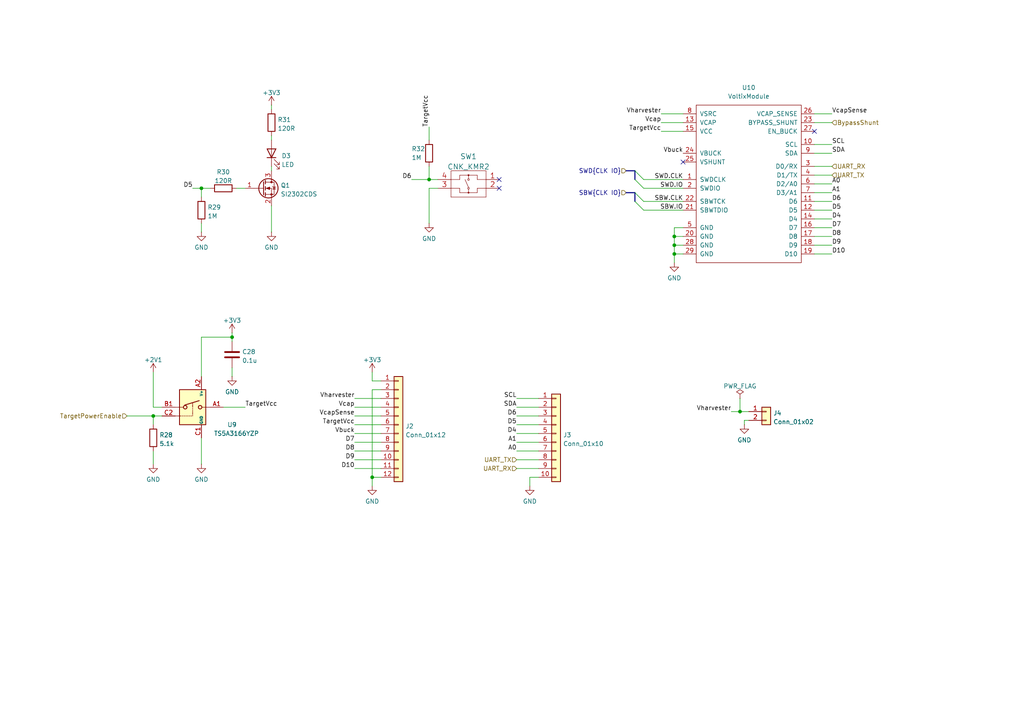
<source format=kicad_sch>
(kicad_sch (version 20231120) (generator "eeschema") (generator_version "8.0")
  (paper "A4")
  (lib_symbols
    (symbol "Connector_Generic:Conn_01x02" (pin_names (offset 1.016) hide)
      (property "Reference" "J" (at 0 2.54 0))
      (property "Value" "Conn_01x02" (at 0 -5.08 0))
      (symbol "Conn_01x02_1_1"
        (rectangle (start -1.27 -2.413) (end 0 -2.667) (stroke (width 0.1524)))
        (rectangle (start -1.27 0.127) (end 0 -0.127) (stroke (width 0.1524)))
        (rectangle (start -1.27 1.27) (end 1.27 -3.81) (stroke (width 0.254)) (fill (type background)))
        (pin passive line (at -5.08 0 0) (length 3.81) (name "Pin_1") (number "1"))
        (pin passive line (at -5.08 -2.54 0) (length 3.81) (name "Pin_2") (number "2"))
      )
    )
    (symbol "Connector_Generic:Conn_01x10" (pin_names (offset 1.016) hide)
      (property "Reference" "J" (at 0 12.7 0))
      (property "Value" "Conn_01x10" (at 0 -15.24 0))
      (symbol "Conn_01x10_1_1"
        (rectangle (start -1.27 -12.573) (end 0 -12.827) (stroke (width 0.1524)))
        (rectangle (start -1.27 -10.033) (end 0 -10.287) (stroke (width 0.1524)))
        (rectangle (start -1.27 -7.493) (end 0 -7.747) (stroke (width 0.1524)))
        (rectangle (start -1.27 -4.953) (end 0 -5.207) (stroke (width 0.1524)))
        (rectangle (start -1.27 -2.413) (end 0 -2.667) (stroke (width 0.1524)))
        (rectangle (start -1.27 0.127) (end 0 -0.127) (stroke (width 0.1524)))
        (rectangle (start -1.27 2.667) (end 0 2.413) (stroke (width 0.1524)))
        (rectangle (start -1.27 5.207) (end 0 4.953) (stroke (width 0.1524)))
        (rectangle (start -1.27 7.747) (end 0 7.493) (stroke (width 0.1524)))
        (rectangle (start -1.27 10.287) (end 0 10.033) (stroke (width 0.1524)))
        (rectangle (start -1.27 11.43) (end 1.27 -13.97) (stroke (width 0.254)) (fill (type background)))
        (pin passive line (at -5.08 10.16 0) (length 3.81) (name "Pin_1") (number "1"))
        (pin passive line (at -5.08 -12.7 0) (length 3.81) (name "Pin_10") (number "10"))
        (pin passive line (at -5.08 7.62 0) (length 3.81) (name "Pin_2") (number "2"))
        (pin passive line (at -5.08 5.08 0) (length 3.81) (name "Pin_3") (number "3"))
        (pin passive line (at -5.08 2.54 0) (length 3.81) (name "Pin_4") (number "4"))
        (pin passive line (at -5.08 0 0) (length 3.81) (name "Pin_5") (number "5"))
        (pin passive line (at -5.08 -2.54 0) (length 3.81) (name "Pin_6") (number "6"))
        (pin passive line (at -5.08 -5.08 0) (length 3.81) (name "Pin_7") (number "7"))
        (pin passive line (at -5.08 -7.62 0) (length 3.81) (name "Pin_8") (number "8"))
        (pin passive line (at -5.08 -10.16 0) (length 3.81) (name "Pin_9") (number "9"))
      )
    )
    (symbol "Connector_Generic:Conn_01x12" (pin_names (offset 1.016) hide)
      (property "Reference" "J" (at 0 15.24 0))
      (property "Value" "Conn_01x12" (at 0 -17.78 0))
      (symbol "Conn_01x12_1_1"
        (rectangle (start -1.27 -15.113) (end 0 -15.367) (stroke (width 0.1524)))
        (rectangle (start -1.27 -12.573) (end 0 -12.827) (stroke (width 0.1524)))
        (rectangle (start -1.27 -10.033) (end 0 -10.287) (stroke (width 0.1524)))
        (rectangle (start -1.27 -7.493) (end 0 -7.747) (stroke (width 0.1524)))
        (rectangle (start -1.27 -4.953) (end 0 -5.207) (stroke (width 0.1524)))
        (rectangle (start -1.27 -2.413) (end 0 -2.667) (stroke (width 0.1524)))
        (rectangle (start -1.27 0.127) (end 0 -0.127) (stroke (width 0.1524)))
        (rectangle (start -1.27 2.667) (end 0 2.413) (stroke (width 0.1524)))
        (rectangle (start -1.27 5.207) (end 0 4.953) (stroke (width 0.1524)))
        (rectangle (start -1.27 7.747) (end 0 7.493) (stroke (width 0.1524)))
        (rectangle (start -1.27 10.287) (end 0 10.033) (stroke (width 0.1524)))
        (rectangle (start -1.27 12.827) (end 0 12.573) (stroke (width 0.1524)))
        (rectangle (start -1.27 13.97) (end 1.27 -16.51) (stroke (width 0.254)) (fill (type background)))
        (pin passive line (at -5.08 12.7 0) (length 3.81) (name "Pin_1") (number "1"))
        (pin passive line (at -5.08 -10.16 0) (length 3.81) (name "Pin_10") (number "10"))
        (pin passive line (at -5.08 -12.7 0) (length 3.81) (name "Pin_11") (number "11"))
        (pin passive line (at -5.08 -15.24 0) (length 3.81) (name "Pin_12") (number "12"))
        (pin passive line (at -5.08 10.16 0) (length 3.81) (name "Pin_2") (number "2"))
        (pin passive line (at -5.08 7.62 0) (length 3.81) (name "Pin_3") (number "3"))
        (pin passive line (at -5.08 5.08 0) (length 3.81) (name "Pin_4") (number "4"))
        (pin passive line (at -5.08 2.54 0) (length 3.81) (name "Pin_5") (number "5"))
        (pin passive line (at -5.08 0 0) (length 3.81) (name "Pin_6") (number "6"))
        (pin passive line (at -5.08 -2.54 0) (length 3.81) (name "Pin_7") (number "7"))
        (pin passive line (at -5.08 -5.08 0) (length 3.81) (name "Pin_8") (number "8"))
        (pin passive line (at -5.08 -7.62 0) (length 3.81) (name "Pin_9") (number "9"))
      )
    )
    (symbol "Device:C" (pin_numbers hide) (pin_names (offset 0.254))
      (property "Reference" "C" (at 0.635 2.54 0))
      (property "Value" "C" (at 0.635 -2.54 0))
      (symbol "C_0_1"
        (polyline (pts (xy -2.032 -0.762) (xy 2.032 -0.762)) (stroke (width 0.508)))
        (polyline (pts (xy -2.032 0.762) (xy 2.032 0.762)) (stroke (width 0.508)))
      )
      (symbol "C_1_1"
        (pin passive line (at 0 3.81 270) (length 2.794) (name "~") (number "1"))
        (pin passive line (at 0 -3.81 90) (length 2.794) (name "~") (number "2"))
      )
    )
    (symbol "Device:LED" (pin_numbers hide) (pin_names (offset 1.016) hide)
      (property "Reference" "D" (at 0 2.54 0))
      (property "Value" "LED" (at 0 -2.54 0))
      (symbol "LED_0_1"
        (polyline (pts (xy -1.27 -1.27) (xy -1.27 1.27)) (stroke (width 0.254)))
        (polyline (pts (xy -1.27 0) (xy 1.27 0)))
        (polyline (pts (xy 1.27 -1.27) (xy 1.27 1.27) (xy -1.27 0) (xy 1.27 -1.27)) (stroke (width 0.254)))
        (polyline (pts (xy -3.048 -0.762) (xy -4.572 -2.286) (xy -3.81 -2.286) (xy -4.572 -2.286) (xy -4.572 -1.524)))
        (polyline (pts (xy -1.778 -0.762) (xy -3.302 -2.286) (xy -2.54 -2.286) (xy -3.302 -2.286) (xy -3.302 -1.524)))
      )
      (symbol "LED_1_1"
        (pin passive line (at -3.81 0 0) (length 2.54) (name "K") (number "1"))
        (pin passive line (at 3.81 0 180) (length 2.54) (name "A") (number "2"))
      )
    )
    (symbol "Device:R" (pin_numbers hide) (pin_names (offset 0))
      (property "Reference" "R" (at 2.032 0 90))
      (property "Value" "R" (at 0 0 90))
      (symbol "R_0_1"
        (rectangle (start -1.016 -2.54) (end 1.016 2.54) (stroke (width 0.254)))
      )
      (symbol "R_1_1"
        (pin passive line (at 0 3.81 270) (length 1.27) (name "~") (number "1"))
        (pin passive line (at 0 -3.81 90) (length 1.27) (name "~") (number "2"))
      )
    )
    (symbol "power:+3V3" (power) (pin_numbers hide) (pin_names (offset 0) hide)
      (property "Value" "+3V3" (at 0 3.556 0))
      (symbol "+3V3_0_1"
        (polyline (pts (xy -0.762 1.27) (xy 0 2.54)))
        (polyline (pts (xy 0 0) (xy 0 2.54)))
        (polyline (pts (xy 0 2.54) (xy 0.762 1.27)))
      )
      (symbol "+3V3_1_1"
        (pin power_in line (at 0 0 90) (length 0) (name "~") (number "1"))
      )
    )
    (symbol "power:GND" (power) (pin_numbers hide) (pin_names (offset 0) hide)
      (property "Value" "GND" (at 0 -3.81 0))
      (symbol "GND_0_1"
        (polyline (pts (xy 0 0) (xy 0 -1.27) (xy 1.27 -1.27) (xy 0 -2.54) (xy -1.27 -1.27) (xy 0 -1.27)))
      )
      (symbol "GND_1_1"
        (pin power_in line (at 0 0 270) (length 0) (name "~") (number "1"))
      )
    )
    (symbol "power:PWR_FLAG" (power) (pin_numbers hide) (pin_names (offset 0) hide)
      (property "Value" "PWR_FLAG" (at 0 3.81 0))
      (symbol "PWR_FLAG_0_0"
        (pin power_out line (at 0 0 90) (length 0) (name "~") (number "1"))
      )
      (symbol "PWR_FLAG_0_1"
        (polyline (pts (xy 0 0) (xy 0 1.27) (xy -1.016 1.905) (xy 0 2.54) (xy 1.016 1.905) (xy 0 1.27)))
      )
    )
    (symbol "voltix:+2V1" (power) (pin_names (offset 0))
      (property "Value" "+2V1" (at 0 3.556 0))
      (symbol "+2V1_0_1"
        (polyline (pts (xy -0.762 1.27) (xy 0 2.54)))
        (polyline (pts (xy 0 0) (xy 0 2.54)))
        (polyline (pts (xy 0 2.54) (xy 0.762 1.27)))
      )
      (symbol "+2V1_1_1"
        (pin power_in line (at 0 0 90) (length 0) hide (name "+2V1") (number "1"))
      )
    )
    (symbol "voltix:CNK_KMR2" (pin_names (offset 0.254) hide)
      (property "Reference" "SW" (at 0 11.43 0))
      (property "Value" "CNK_KMR2" (at 0 8.89 0))
      (symbol "CNK_KMR2_1_1"
        (arc (start 0 -2.667) (mid 0 -2.667) (end 0 -2.667) (stroke (width 0.254)))
        (circle (center 0 -2.54) (radius 0.127) (stroke (width 0.254)))
        (arc (start 0 -1.524) (mid 0 -1.524) (end 0 -1.524) (stroke (width 0.127)))
        (circle (center 0 -1.27) (radius 0.254) (stroke (width 0.127)))
        (polyline (pts (xy -5.08 -3.81) (xy 5.08 -3.81)) (stroke (width 0.127)))
        (polyline (pts (xy -5.08 1.27) (xy -2.54 1.27)) (stroke (width 0.127)))
        (polyline (pts (xy -5.08 3.81) (xy -5.08 -3.81)) (stroke (width 0.127)))
        (polyline (pts (xy -2.54 -2.54) (xy -2.54 -1.27)) (stroke (width 0.127)))
        (polyline (pts (xy -2.54 -1.27) (xy -5.08 -1.27)) (stroke (width 0.127)))
        (polyline (pts (xy -2.54 1.27) (xy -2.54 2.54)) (stroke (width 0.127)))
        (polyline (pts (xy -2.54 2.54) (xy 2.54 2.54)) (stroke (width 0.127)))
        (polyline (pts (xy 0 -1.524) (xy 0 -2.54)) (stroke (width 0.127)))
        (polyline (pts (xy 0 2.54) (xy 0 1.524)) (stroke (width 0.127)))
        (polyline (pts (xy 1.016 1.27) (xy 0 -1.016)) (stroke (width 0.127)))
        (polyline (pts (xy 2.54 -2.54) (xy -2.54 -2.54)) (stroke (width 0.127)))
        (polyline (pts (xy 2.54 -1.27) (xy 2.54 -2.54)) (stroke (width 0.127)))
        (polyline (pts (xy 2.54 1.27) (xy 5.08 1.27)) (stroke (width 0.127)))
        (polyline (pts (xy 2.54 2.54) (xy 2.54 1.27)) (stroke (width 0.127)))
        (polyline (pts (xy 5.08 -3.81) (xy 5.08 3.81)) (stroke (width 0.127)))
        (polyline (pts (xy 5.08 -1.27) (xy 2.54 -1.27)) (stroke (width 0.127)))
        (polyline (pts (xy 5.08 3.81) (xy -5.08 3.81)) (stroke (width 0.127)))
        (arc (start 0 1.016) (mid 0 1.016) (end 0 1.016) (stroke (width 0.127)))
        (circle (center 0 1.27) (radius 0.254) (stroke (width 0.127)))
        (arc (start 0 2.413) (mid 0 2.413) (end 0 2.413) (stroke (width 0.254)))
        (circle (center 0 2.54) (radius 0.127) (stroke (width 0.254)))
        (pin passive line (at -8.89 1.27 0) (length 3.81) (name "1") (number "1"))
        (pin passive line (at -8.89 -1.27 0) (length 3.81) (name "2") (number "2"))
        (pin passive line (at 8.89 -1.27 180) (length 3.81) (name "3") (number "3"))
        (pin passive line (at 8.89 1.27 180) (length 3.81) (name "4") (number "4"))
      )
    )
    (symbol "voltix:VoltixModule" (pin_names (offset 1.016))
      (property "Reference" "U" (at 0 -24.13 0))
      (property "Value" "VoltixModule" (at 0 -25.4 0))
      (symbol "VoltixModule_0_1"
        (polyline (pts (xy -15.24 22.86) (xy 15.24 22.86) (xy 15.24 -22.86) (xy -15.24 -22.86) (xy -15.24 22.86)))
      )
      (symbol "VoltixModule_1_1"
        (pin input line (at -19.05 1.27 0) (length 3.81) (name "SWDCLK") (number "1"))
        (pin output line (at 19.05 11.43 180) (length 3.81) (name "SCL") (number "10"))
        (pin bidirectional line (at 19.05 -5.08 180) (length 3.81) (name "D6") (number "11"))
        (pin bidirectional line (at 19.05 -7.62 180) (length 3.81) (name "D5") (number "12"))
        (pin passive line (at -19.05 17.78 0) (length 3.81) (name "VCAP") (number "13"))
        (pin bidirectional line (at 19.05 -10.16 180) (length 3.81) (name "D4") (number "14"))
        (pin power_out line (at -19.05 15.24 0) (length 3.81) (name "VCC") (number "15"))
        (pin bidirectional line (at 19.05 -12.7 180) (length 3.81) (name "D7") (number "16"))
        (pin bidirectional line (at 19.05 -15.24 180) (length 3.81) (name "D8") (number "17"))
        (pin bidirectional line (at 19.05 -17.78 180) (length 3.81) (name "D9") (number "18"))
        (pin bidirectional line (at 19.05 -20.32 180) (length 3.81) (name "D10") (number "19"))
        (pin bidirectional line (at -19.05 -1.27 0) (length 3.81) (name "SWDIO") (number "2"))
        (pin power_in line (at -19.05 -15.24 0) (length 3.81) (name "GND") (number "20"))
        (pin bidirectional line (at -19.05 -7.62 0) (length 3.81) (name "SBWTDIO") (number "21"))
        (pin input line (at -19.05 -5.08 0) (length 3.81) (name "SBWTCK") (number "22"))
        (pin input line (at 19.05 17.78 180) (length 3.81) (name "BYPASS_SHUNT") (number "23"))
        (pin passive line (at -19.05 8.89 0) (length 3.81) (name "VBUCK") (number "24"))
        (pin passive line (at -19.05 6.35 0) (length 3.81) (name "VSHUNT") (number "25"))
        (pin output line (at 19.05 20.32 180) (length 3.81) (name "VCAP_SENSE") (number "26"))
        (pin input line (at 19.05 15.24 180) (length 3.81) (name "EN_BUCK") (number "27"))
        (pin power_in line (at -19.05 -17.78 0) (length 3.81) (name "GND") (number "28"))
        (pin power_in line (at -19.05 -20.32 0) (length 3.81) (name "GND") (number "29"))
        (pin bidirectional line (at 19.05 5.08 180) (length 3.81) (name "D0/RX") (number "3"))
        (pin bidirectional line (at 19.05 2.54 180) (length 3.81) (name "D1/TX") (number "4"))
        (pin power_in line (at -19.05 -12.7 0) (length 3.81) (name "GND") (number "5"))
        (pin bidirectional line (at 19.05 0 180) (length 3.81) (name "D2/A0") (number "6"))
        (pin bidirectional line (at 19.05 -2.54 180) (length 3.81) (name "D3/A1") (number "7"))
        (pin power_in line (at -19.05 20.32 0) (length 3.81) (name "VSRC") (number "8"))
        (pin bidirectional line (at 19.05 8.89 180) (length 3.81) (name "SDA") (number "9"))
      )
    )
    (symbol "voltix:SI2302CDS" (pin_names (offset 0) hide)
      (property "Reference" "Q" (at 5.08 1.27 0))
      (property "Value" "SI2302CDS" (at 5.08 -1.27 0))
      (symbol "SI2302CDS_0_1"
        (polyline (pts (xy 0.254 0) (xy -2.54 0)))
        (polyline (pts (xy 0.254 1.905) (xy 0.254 -1.905)) (stroke (width 0.254)))
        (polyline (pts (xy 0.762 -1.27) (xy 0.762 -2.286)) (stroke (width 0.254)))
        (polyline (pts (xy 0.762 0.508) (xy 0.762 -0.508)) (stroke (width 0.254)))
        (polyline (pts (xy 0.762 2.286) (xy 0.762 1.27)) (stroke (width 0.254)))
        (polyline (pts (xy 2.54 2.54) (xy 2.54 1.778)))
        (polyline (pts (xy 2.54 -2.54) (xy 2.54 0) (xy 0.762 0)))
        (polyline (pts (xy 0.762 -1.778) (xy 3.302 -1.778) (xy 3.302 1.778) (xy 0.762 1.778)))
        (polyline (pts (xy 1.016 0) (xy 2.032 0.381) (xy 2.032 -0.381) (xy 1.016 0)) (fill (type outline)))
        (polyline (pts (xy 2.794 0.508) (xy 2.921 0.381) (xy 3.683 0.381) (xy 3.81 0.254)))
        (polyline (pts (xy 3.302 0.381) (xy 2.921 -0.254) (xy 3.683 -0.254) (xy 3.302 0.381)))
        (circle (center 1.651 0) (radius 2.794) (stroke (width 0.254)))
        (circle (center 2.54 -1.778) (radius 0.254) (fill (type outline)))
        (circle (center 2.54 1.778) (radius 0.254) (fill (type outline)))
      )
      (symbol "SI2302CDS_1_1"
        (pin input line (at -5.08 0 0) (length 2.54) (name "G") (number "1"))
        (pin passive line (at 2.54 -5.08 90) (length 2.54) (name "S") (number "2"))
        (pin passive line (at 2.54 5.08 270) (length 2.54) (name "D") (number "3"))
      )
    )
    (symbol "voltix:TS5A3166YZP" (pin_names (offset 0.127))
      (property "Reference" "U" (at -3.81 6.35 0))
      (property "Value" "TS5A3166YZP" (at -5.08 -20.32 0))
      (symbol "TS5A3166YZP_0_1"
        (polyline (pts (xy -5.08 -2.54) (xy -3.302 -2.54)))
        (polyline (pts (xy -3.048 -2.54) (xy -2.794 -2.54)))
        (polyline (pts (xy -2.54 -2.54) (xy -2.286 -2.54)))
        (polyline (pts (xy -2.032 -2.54) (xy -1.778 -2.54)))
        (polyline (pts (xy -1.524 -2.54) (xy -1.27 -2.54)))
        (polyline (pts (xy -1.016 -2.54) (xy -0.762 -2.54)))
        (polyline (pts (xy -0.508 -2.54) (xy -0.254 -2.54)))
        (polyline (pts (xy 0 -2.032) (xy 0 -1.778)))
        (polyline (pts (xy 0 -1.524) (xy 0 -1.27)))
      )
      (symbol "TS5A3166YZP_1_1"
        (rectangle (start -3.81 5.08) (end 3.81 -5.08) (stroke (width 0.254)) (fill (type background)))
        (circle (center -2.159 0) (radius 0.508) (stroke (width 0.254)))
        (polyline (pts (xy -5.08 0) (xy -2.794 0)))
        (polyline (pts (xy -2.286 0.635) (xy 1.905 1.905)) (stroke (width 0.254)))
        (polyline (pts (xy 0 -2.54) (xy 0 -2.286)))
        (polyline (pts (xy 0 -2.032) (xy 0 -1.778)))
        (polyline (pts (xy 0 -1.524) (xy 0 -1.27)))
        (polyline (pts (xy 0 -1.016) (xy 0 -0.762)))
        (polyline (pts (xy 0 -0.508) (xy 0 -0.254)))
        (polyline (pts (xy 0 0) (xy 0 0.508)))
        (polyline (pts (xy 0 0.254) (xy 0 1.27)))
        (polyline (pts (xy 5.08 0) (xy 2.794 0)))
        (circle (center 2.159 0) (radius 0.508) (stroke (width 0.254)))
        (pin passive line (at 8.89 0 180) (length 3.81) (name "~") (number "A1"))
        (pin power_in line (at 2.54 8.89 270) (length 3.81) (name "V+") (number "A2"))
        (pin passive line (at -8.89 0 0) (length 3.81) (name "~") (number "B1"))
        (pin power_in line (at 2.54 -8.89 90) (length 3.81) (name "GND") (number "C1"))
        (pin input line (at -8.89 -2.54 0) (length 3.81) (name "~") (number "C2"))
      )
    )
  )
  (junction (at 214.63 119.38))
  (junction (at 44.45 120.65))
  (junction (at 195.58 68.58))
  (junction (at 195.58 73.66))
  (junction (at 107.95 138.43))
  (junction (at 195.58 71.12))
  (junction (at 124.46 52.07))
  (junction (at 58.42 54.61))
  (junction (at 67.31 97.79))
  (no_connect (at 236.22 38.1))
  (no_connect (at 144.78 52.07))
  (no_connect (at 144.78 54.61))
  (no_connect (at 198.12 46.99))
  (bus_entry (at 184.15 58.42) (size 2.54 2.54))
  (bus_entry (at 184.15 49.53) (size 2.54 2.54))
  (bus_entry (at 184.15 52.07) (size 2.54 2.54))
  (bus_entry (at 184.15 55.88) (size 2.54 2.54))
  (wire (pts (xy 236.22 50.8) (xy 241.3 50.8)))
  (wire (pts (xy 124.46 52.07) (xy 127 52.07)))
  (wire (pts (xy 214.63 115.57) (xy 214.63 119.38)))
  (wire (pts (xy 44.45 134.62) (xy 44.45 130.81)))
  (wire (pts (xy 124.46 54.61) (xy 127 54.61)))
  (wire (pts (xy 212.09 119.38) (xy 214.63 119.38)))
  (wire (pts (xy 236.22 48.26) (xy 241.3 48.26)))
  (wire (pts (xy 78.74 39.37) (xy 78.74 40.64)))
  (wire (pts (xy 124.46 36.83) (xy 124.46 40.64)))
  (wire (pts (xy 119.38 52.07) (xy 124.46 52.07)))
  (wire (pts (xy 107.95 110.49) (xy 110.49 110.49)))
  (wire (pts (xy 58.42 57.15) (xy 58.42 54.61)))
  (wire (pts (xy 195.58 68.58) (xy 195.58 66.04)))
  (wire (pts (xy 149.86 128.27) (xy 156.21 128.27)))
  (wire (pts (xy 110.49 113.03) (xy 107.95 113.03)))
  (wire (pts (xy 78.74 48.26) (xy 78.74 49.53)))
  (wire (pts (xy 78.74 30.48) (xy 78.74 31.75)))
  (wire (pts (xy 102.87 125.73) (xy 110.49 125.73)))
  (wire (pts (xy 149.86 133.35) (xy 156.21 133.35)))
  (wire (pts (xy 236.22 63.5) (xy 241.3 63.5)))
  (wire (pts (xy 186.69 60.96) (xy 198.12 60.96)))
  (wire (pts (xy 186.69 54.61) (xy 198.12 54.61)))
  (wire (pts (xy 102.87 130.81) (xy 110.49 130.81)))
  (wire (pts (xy 149.86 135.89) (xy 156.21 135.89)))
  (wire (pts (xy 236.22 44.45) (xy 241.3 44.45)))
  (wire (pts (xy 78.74 59.69) (xy 78.74 67.31)))
  (wire (pts (xy 102.87 118.11) (xy 110.49 118.11)))
  (bus (pts (xy 181.61 49.53) (xy 184.15 49.53)))
  (wire (pts (xy 107.95 107.95) (xy 107.95 110.49)))
  (wire (pts (xy 186.69 58.42) (xy 198.12 58.42)))
  (wire (pts (xy 149.86 120.65) (xy 156.21 120.65)))
  (wire (pts (xy 236.22 71.12) (xy 241.3 71.12)))
  (bus (pts (xy 184.15 55.88) (xy 184.15 58.42)))
  (wire (pts (xy 55.88 54.61) (xy 58.42 54.61)))
  (wire (pts (xy 44.45 123.19) (xy 44.45 120.65)))
  (wire (pts (xy 58.42 67.31) (xy 58.42 64.77)))
  (wire (pts (xy 153.67 138.43) (xy 153.67 140.97)))
  (wire (pts (xy 236.22 58.42) (xy 241.3 58.42)))
  (wire (pts (xy 214.63 119.38) (xy 217.17 119.38)))
  (wire (pts (xy 102.87 115.57) (xy 110.49 115.57)))
  (wire (pts (xy 68.58 54.61) (xy 71.12 54.61)))
  (wire (pts (xy 102.87 135.89) (xy 110.49 135.89)))
  (wire (pts (xy 67.31 96.52) (xy 67.31 97.79)))
  (wire (pts (xy 236.22 73.66) (xy 241.3 73.66)))
  (wire (pts (xy 107.95 138.43) (xy 110.49 138.43)))
  (wire (pts (xy 58.42 97.79) (xy 67.31 97.79)))
  (wire (pts (xy 102.87 128.27) (xy 110.49 128.27)))
  (wire (pts (xy 195.58 71.12) (xy 198.12 71.12)))
  (wire (pts (xy 191.77 35.56) (xy 198.12 35.56)))
  (wire (pts (xy 215.9 123.19) (xy 215.9 121.92)))
  (wire (pts (xy 195.58 73.66) (xy 198.12 73.66)))
  (wire (pts (xy 102.87 123.19) (xy 110.49 123.19)))
  (wire (pts (xy 149.86 125.73) (xy 156.21 125.73)))
  (bus (pts (xy 184.15 49.53) (xy 184.15 52.07)))
  (wire (pts (xy 44.45 120.65) (xy 46.99 120.65)))
  (bus (pts (xy 181.61 55.88) (xy 184.15 55.88)))
  (wire (pts (xy 107.95 113.03) (xy 107.95 138.43)))
  (wire (pts (xy 67.31 97.79) (xy 67.31 99.06)))
  (wire (pts (xy 149.86 118.11) (xy 156.21 118.11)))
  (wire (pts (xy 58.42 127) (xy 58.42 134.62)))
  (wire (pts (xy 195.58 76.2) (xy 195.58 73.66)))
  (wire (pts (xy 195.58 68.58) (xy 198.12 68.58)))
  (wire (pts (xy 44.45 107.95) (xy 44.45 118.11)))
  (wire (pts (xy 107.95 138.43) (xy 107.95 140.97)))
  (wire (pts (xy 236.22 60.96) (xy 241.3 60.96)))
  (wire (pts (xy 236.22 66.04) (xy 241.3 66.04)))
  (wire (pts (xy 149.86 130.81) (xy 156.21 130.81)))
  (wire (pts (xy 215.9 121.92) (xy 217.17 121.92)))
  (wire (pts (xy 191.77 38.1) (xy 198.12 38.1)))
  (wire (pts (xy 102.87 133.35) (xy 110.49 133.35)))
  (wire (pts (xy 44.45 118.11) (xy 46.99 118.11)))
  (wire (pts (xy 102.87 120.65) (xy 110.49 120.65)))
  (wire (pts (xy 236.22 33.02) (xy 241.3 33.02)))
  (wire (pts (xy 58.42 109.22) (xy 58.42 97.79)))
  (wire (pts (xy 149.86 115.57) (xy 156.21 115.57)))
  (wire (pts (xy 186.69 52.07) (xy 198.12 52.07)))
  (wire (pts (xy 191.77 33.02) (xy 198.12 33.02)))
  (wire (pts (xy 58.42 54.61) (xy 60.96 54.61)))
  (wire (pts (xy 236.22 35.56) (xy 241.3 35.56)))
  (wire (pts (xy 64.77 118.11) (xy 71.12 118.11)))
  (wire (pts (xy 67.31 106.68) (xy 67.31 109.22)))
  (wire (pts (xy 124.46 64.77) (xy 124.46 54.61)))
  (wire (pts (xy 149.86 123.19) (xy 156.21 123.19)))
  (wire (pts (xy 236.22 53.34) (xy 241.3 53.34)))
  (wire (pts (xy 236.22 41.91) (xy 241.3 41.91)))
  (wire (pts (xy 36.83 120.65) (xy 44.45 120.65)))
  (wire (pts (xy 195.58 66.04) (xy 198.12 66.04)))
  (wire (pts (xy 195.58 71.12) (xy 195.58 68.58)))
  (wire (pts (xy 124.46 48.26) (xy 124.46 52.07)))
  (wire (pts (xy 195.58 73.66) (xy 195.58 71.12)))
  (wire (pts (xy 153.67 138.43) (xy 156.21 138.43)))
  (wire (pts (xy 236.22 68.58) (xy 241.3 68.58)))
  (wire (pts (xy 236.22 55.88) (xy 241.3 55.88)))
  (label "D5" (at 55.88 54.61 180))
  (label "Vharvester" (at 191.77 33.02 180))
  (label "D10" (at 241.3 73.66 0))
  (label "A0" (at 149.86 130.81 180))
  (label "Vbuck" (at 102.87 125.73 180))
  (label "Vcap" (at 191.77 35.56 180))
  (label "D6" (at 119.38 52.07 180))
  (label "SDA" (at 149.86 118.11 180))
  (label "SCL" (at 241.3 41.91 0))
  (label "D7" (at 241.3 66.04 0))
  (label "A1" (at 149.86 128.27 180))
  (label "TargetVcc" (at 191.77 38.1 180))
  (label "D10" (at 102.87 135.89 180))
  (label "Vbuck" (at 198.12 44.45 180))
  (label "D9" (at 102.87 133.35 180))
  (label "D6" (at 149.86 120.65 180))
  (label "TargetVcc" (at 102.87 123.19 180))
  (label "Vcap" (at 102.87 118.11 180))
  (label "SDA" (at 241.3 44.45 0))
  (label "A0" (at 241.3 53.34 0))
  (label "D4" (at 241.3 63.5 0))
  (label "D6" (at 241.3 58.42 0))
  (label "VcapSense" (at 241.3 33.02 0))
  (label "SBW.IO" (at 198.12 60.96 180))
  (label "D5" (at 241.3 60.96 0))
  (label "D5" (at 149.86 123.19 180))
  (label "SWD.CLK" (at 198.12 52.07 180))
  (label "A1" (at 241.3 55.88 0))
  (label "D9" (at 241.3 71.12 0))
  (label "VcapSense" (at 102.87 120.65 180))
  (label "TargetVcc" (at 124.46 36.83 90))
  (label "Vharvester" (at 102.87 115.57 180))
  (label "SWD.IO" (at 198.12 54.61 180))
  (label "SBW.CLK" (at 198.12 58.42 180))
  (label "SCL" (at 149.86 115.57 180))
  (label "D8" (at 102.87 130.81 180))
  (label "D8" (at 241.3 68.58 0))
  (label "TargetVcc" (at 71.12 118.11 0))
  (label "Vharvester" (at 212.09 119.38 180))
  (label "D7" (at 102.87 128.27 180))
  (label "D4" (at 149.86 125.73 180))
  (hierarchical_label "BypassShunt" (shape input) (at 241.3 35.56 0))
  (hierarchical_label "UART_TX" (shape input) (at 241.3 50.8 0))
  (hierarchical_label "SBW{CLK IO}" (shape input) (at 181.61 55.88 180))
  (hierarchical_label "TargetPowerEnable" (shape input) (at 36.83 120.65 180))
  (hierarchical_label "UART_RX" (shape input) (at 241.3 48.26 0))
  (hierarchical_label "UART_TX" (shape input) (at 149.86 133.35 180))
  (hierarchical_label "UART_RX" (shape input) (at 149.86 135.89 180))
  (hierarchical_label "SWD{CLK IO}" (shape input) (at 181.61 49.53 180))
  (symbol (lib_id "power:+3V3") (at 107.95 107.95 0) (unit 1)
    (property "Reference" "#PWR058" (effects (hide yes)))
    (property "Value" "+3V3" (at 107.95 104.3742 0))
    (property "Description" "Power symbol creates a global label with name \"+3V3\"" (effects (hide yes)))
  )
  (symbol (lib_id "power:PWR_FLAG") (at 214.63 115.57 0) (unit 1)
    (property "Reference" "#FLG05" (effects (hide yes)))
    (property "Value" "PWR_FLAG" (at 214.63 111.9942 0))
    (property "Description" "Special symbol for telling ERC where power comes from" (effects (hide yes)))
  )
  (symbol (lib_id "Device:R") (at 78.74 35.56 0) (unit 1)
    (property "Reference" "R31" (at 80.518 34.7253 0) (effects (justify left)))
    (property "Value" "120R" (at 80.518 37.2622 0) (effects (justify left)))
    (property "Footprint" "Resistor_SMD:R_0402_1005Metric" (effects (hide yes)))
    (property "Description" "RES SMD 120 OHM 1% 1/16W 0402" (effects (hide yes)))
    (property "MPN" "CR0402-FX-1200GLF" (effects (hide yes)))
  )
  (symbol (lib_id "power:GND") (at 78.74 67.31 0) (unit 1)
    (property "Reference" "#PWR057" (effects (hide yes)))
    (property "Value" "GND" (at 78.74 71.7534 0))
    (property "Description" "Power symbol creates a global label with name \"GND\" , ground" (effects (hide yes)))
  )
  (symbol (lib_id "Device:R") (at 124.46 44.45 0) (unit 1)
    (property "Reference" "R32" (at 119.38 43.1831 0) (effects (justify left)))
    (property "Value" "1M" (at 119.38 45.72 0) (effects (justify left)))
    (property "Footprint" "Resistor_SMD:R_0402_1005Metric" (effects (hide yes)))
    (property "Description" "RES 1M OHM 1% 1/16W 0402" (effects (hide yes)))
    (property "MPN" "WR04X1004FTL" (effects (hide yes)))
  )
  (symbol (lib_id "power:GND") (at 58.42 134.62 0) (unit 1)
    (property "Reference" "#PWR053" (effects (hide yes)))
    (property "Value" "GND" (at 58.42 139.0634 0))
    (property "Description" "Power symbol creates a global label with name \"GND\" , ground" (effects (hide yes)))
  )
  (symbol (lib_id "power:GND") (at 215.9 123.19 0) (unit 1)
    (property "Reference" "#PWR064" (effects (hide yes)))
    (property "Value" "GND" (at 215.9 127.6334 0))
    (property "Description" "Power symbol creates a global label with name \"GND\" , ground" (effects (hide yes)))
  )
  (symbol (lib_id "Device:R") (at 44.45 127 180) (unit 1)
    (property "Reference" "R28" (at 46.228 126.1653 0) (effects (justify right)))
    (property "Value" "5.1k" (at 46.228 128.7022 0) (effects (justify right)))
    (property "Footprint" "Resistor_SMD:R_0402_1005Metric" (effects (hide yes)))
    (property "Description" "RES SMD 5.1K OHM 1% 1/16W 0402" (effects (hide yes)))
    (property "MPN" "CR0402-FX-5101GLF" (effects (hide yes)))
  )
  (symbol (lib_id "Device:C") (at 67.31 102.87 0) (unit 1)
    (property "Reference" "C28" (at 70.231 102.0353 0) (effects (justify left)))
    (property "Value" "0.1u" (at 70.231 104.5722 0) (effects (justify left)))
    (property "Footprint" "Capacitor_SMD:C_0402_1005Metric" (effects (hide yes)))
    (property "Description" "CAP CER 0.1UF 25V X5R 0402" (effects (hide yes)))
    (property "MPN" "CL05A104KA5NNNC" (effects (hide yes)))
  )
  (symbol (lib_id "Connector_Generic:Conn_01x10") (at 161.29 125.73 0) (unit 1)
    (property "Reference" "J3" (at 163.322 126.1653 0) (effects (justify left)))
    (property "Value" "Conn_01x10" (at 163.322 128.7022 0) (effects (justify left)))
    (property "Footprint" "voltix:PinSocket_1x10_P2.54mm_Vertical" (effects (hide yes)))
    (property "Description" "CONN HDR 10POS 0.1 GOLD PCB" (effects (hide yes)))
    (property "MPN" "PPPC101LFBN-RC" (effects (hide yes)))
  )
  (symbol (lib_id "voltix:TS5A3166YZP") (at 55.88 118.11 0) (unit 1)
    (property "Reference" "U9" (at 67.31 123.19 0))
    (property "Value" "TS5A3166YZP" (at 68.58 125.73 0))
    (property "Footprint" "voltix:TI_YZP0005" (effects (hide yes)))
    (property "Datasheet" " http://www.ti.com/lit/ds/symlink/ts5a3166.pdf" (effects (hide yes)))
    (property "Description" "1-Ohm SPST switch" (effects (hide yes)))
    (property "MPN" "TS5A3166YZP" (effects (hide yes)))
  )
  (symbol (lib_id "voltix:CNK_KMR2") (at 135.89 53.34 0) (mirror y) (unit 1)
    (property "Reference" "SW1" (at 135.89 45.3824 0) (effects (font (size 1.524 1.524))))
    (property "Value" "CNK_KMR2" (at 135.89 48.3758 0) (effects (font (size 1.524 1.524))))
    (property "Footprint" "voltix:CNK_KMR2_SW" (effects (hide yes)))
    (property "Description" "SWITCH TACTILE SPST-NO 0.05A 32V" (effects (hide yes)))
    (property "MPN" "KMR221NG LFS" (effects (hide yes)))
  )
  (symbol (lib_id "voltix:+2V1") (at 44.45 107.95 0) (unit 1)
    (property "Reference" "#PWR0106" (effects (hide yes)))
    (property "Value" "+2V1" (at 44.45 104.3742 0))
  )
  (symbol (lib_id "Connector_Generic:Conn_01x02") (at 222.25 119.38 0) (unit 1)
    (property "Reference" "J4" (at 224.282 119.8153 0) (effects (justify left)))
    (property "Value" "Conn_01x02" (at 224.282 122.3522 0) (effects (justify left)))
    (property "Footprint" "voltix:JST_S2B-PH-SM4-TB(LF)(SN)" (effects (hide yes)))
    (property "Description" "CONN HEADER SMD R/A 2POS 2MM" (effects (hide yes)))
    (property "MPN" "620102131822" (effects (hide yes)))
  )
  (symbol (lib_id "power:GND") (at 153.67 140.97 0) (unit 1)
    (property "Reference" "#PWR062" (effects (hide yes)))
    (property "Value" "GND" (at 153.67 145.4134 0))
    (property "Description" "Power symbol creates a global label with name \"GND\" , ground" (effects (hide yes)))
  )
  (symbol (lib_id "power:GND") (at 58.42 67.31 0) (unit 1)
    (property "Reference" "#PWR052" (effects (hide yes)))
    (property "Value" "GND" (at 58.42 71.7534 0))
    (property "Description" "Power symbol creates a global label with name \"GND\" , ground" (effects (hide yes)))
  )
  (symbol (lib_id "power:GND") (at 44.45 134.62 0) (unit 1)
    (property "Reference" "#PWR051" (effects (hide yes)))
    (property "Value" "GND" (at 44.45 139.0634 0))
    (property "Description" "Power symbol creates a global label with name \"GND\" , ground" (effects (hide yes)))
  )
  (symbol (lib_id "power:GND") (at 124.46 64.77 0) (unit 1)
    (property "Reference" "#PWR060" (effects (hide yes)))
    (property "Value" "GND" (at 124.46 69.2134 0))
    (property "Description" "Power symbol creates a global label with name \"GND\" , ground" (effects (hide yes)))
  )
  (symbol (lib_id "power:GND") (at 107.95 140.97 0) (unit 1)
    (property "Reference" "#PWR059" (effects (hide yes)))
    (property "Value" "GND" (at 107.95 145.4134 0))
    (property "Description" "Power symbol creates a global label with name \"GND\" , ground" (effects (hide yes)))
  )
  (symbol (lib_id "Device:LED") (at 78.74 44.45 90) (unit 1)
    (property "Reference" "D3" (at 81.661 45.2028 90) (effects (justify right)))
    (property "Value" "LED" (at 81.661 47.7397 90) (effects (justify right)))
    (property "Footprint" "LED_SMD:LED_0402_1005Metric" (effects (hide yes)))
    (property "Description" "LED GREEN CLEAR 0402 SMD" (effects (hide yes)))
    (property "MPN" "QBLP595-AG1" (effects (hide yes)))
  )
  (symbol (lib_id "power:GND") (at 195.58 76.2 0) (unit 1)
    (property "Reference" "#PWR063" (effects (hide yes)))
    (property "Value" "GND" (at 195.58 80.6434 0))
    (property "Description" "Power symbol creates a global label with name \"GND\" , ground" (effects (hide yes)))
  )
  (symbol (lib_id "Connector_Generic:Conn_01x12") (at 115.57 123.19 0) (unit 1)
    (property "Reference" "J2" (at 117.602 123.6253 0) (effects (justify left)))
    (property "Value" "Conn_01x12" (at 117.602 126.1622 0) (effects (justify left)))
    (property "Footprint" "voltix:PinSocket_1x12_P2.54mm_Vertical" (effects (hide yes)))
    (property "Description" "CONN HDR 12POS 0.1 GOLD PCB" (effects (hide yes)))
    (property "MPN" "PPPC121LFBN-RC" (effects (hide yes)))
  )
  (symbol (lib_id "power:GND") (at 67.31 109.22 0) (unit 1)
    (property "Reference" "#PWR055" (effects (hide yes)))
    (property "Value" "GND" (at 67.31 113.6634 0))
    (property "Description" "Power symbol creates a global label with name \"GND\" , ground" (effects (hide yes)))
  )
  (symbol (lib_id "Device:R") (at 58.42 60.96 0) (unit 1)
    (property "Reference" "R29" (at 60.198 60.1253 0) (effects (justify left)))
    (property "Value" "1M" (at 60.198 62.6622 0) (effects (justify left)))
    (property "Footprint" "Resistor_SMD:R_0402_1005Metric" (effects (hide yes)))
    (property "Description" "RES 1M OHM 1% 1/16W 0402" (effects (hide yes)))
    (property "MPN" "WR04X1004FTL" (effects (hide yes)))
  )
  (symbol (lib_id "power:+3V3") (at 78.74 30.48 0) (unit 1)
    (property "Reference" "#PWR056" (effects (hide yes)))
    (property "Value" "+3V3" (at 78.74 26.9042 0))
    (property "Description" "Power symbol creates a global label with name \"+3V3\"" (effects (hide yes)))
  )
  (symbol (lib_id "voltix:VoltixModule") (at 217.17 53.34 0) (unit 1)
    (property "Reference" "U10" (at 217.17 25.4031 0))
    (property "Value" "VoltixModule" (at 217.17 27.94 0))
    (property "Footprint" "voltix:NC_VoltixModule" (effects (hide yes)))
  )
  (symbol (lib_id "Device:R") (at 64.77 54.61 90) (unit 1)
    (property "Reference" "R30" (at 64.77 49.8942 90))
    (property "Value" "120R" (at 64.77 52.4311 90))
    (property "Footprint" "Resistor_SMD:R_0402_1005Metric" (effects (hide yes)))
    (property "Description" "RES SMD 120 OHM 1% 1/16W 0402" (effects (hide yes)))
    (property "MPN" "CR0402-FX-1200GLF" (effects (hide yes)))
  )
  (symbol (lib_id "voltix:SI2302CDS") (at 76.2 54.61 0) (unit 1)
    (property "Reference" "Q1" (at 81.407 53.7753 0) (effects (justify left)))
    (property "Value" "SI2302CDS" (at 81.407 56.3122 0) (effects (justify left)))
    (property "Footprint" "voltix:VSH_SOT-23-3" (effects (hide yes)))
    (property "Datasheet" "https://www.mouser.de/datasheet/2/427/si2302cds-1764899.pdf" (effects (hide yes)))
    (property "Description" "MOSFET N-CH 20V 2.6A SOT23-3" (effects (hide yes)))
    (property "MPN" "SI2302CDS-T1-GE3" (effects (hide yes)))
  )
  (symbol (lib_id "power:+3V3") (at 67.31 96.52 0) (unit 1)
    (property "Reference" "#PWR054" (effects (hide yes)))
    (property "Value" "+3V3" (at 67.31 92.9442 0))
    (property "Description" "Power symbol creates a global label with name \"+3V3\"" (effects (hide yes)))
  )
)
</source>
